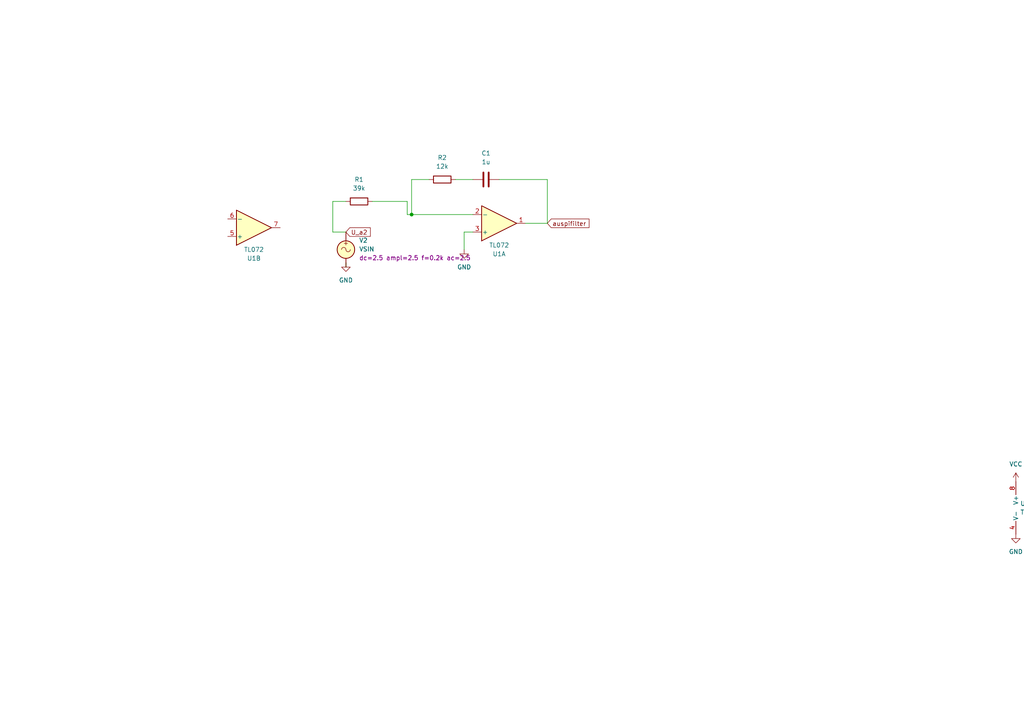
<source format=kicad_sch>
(kicad_sch
	(version 20231120)
	(generator "eeschema")
	(generator_version "8.0")
	(uuid "06428ae0-4595-4a78-b2b7-8587294bc4fd")
	(paper "A4")
	(lib_symbols
		(symbol "Amplifier_Operational:TL072"
			(pin_names
				(offset 0.127)
			)
			(exclude_from_sim no)
			(in_bom yes)
			(on_board yes)
			(property "Reference" "U"
				(at 0 5.08 0)
				(effects
					(font
						(size 1.27 1.27)
					)
					(justify left)
				)
			)
			(property "Value" "TL072"
				(at 0 -5.08 0)
				(effects
					(font
						(size 1.27 1.27)
					)
					(justify left)
				)
			)
			(property "Footprint" ""
				(at 0 0 0)
				(effects
					(font
						(size 1.27 1.27)
					)
					(hide yes)
				)
			)
			(property "Datasheet" "http://www.ti.com/lit/ds/symlink/tl071.pdf"
				(at 0 0 0)
				(effects
					(font
						(size 1.27 1.27)
					)
					(hide yes)
				)
			)
			(property "Description" "Dual Low-Noise JFET-Input Operational Amplifiers, DIP-8/SOIC-8"
				(at 0 0 0)
				(effects
					(font
						(size 1.27 1.27)
					)
					(hide yes)
				)
			)
			(property "ki_locked" ""
				(at 0 0 0)
				(effects
					(font
						(size 1.27 1.27)
					)
				)
			)
			(property "ki_keywords" "dual opamp"
				(at 0 0 0)
				(effects
					(font
						(size 1.27 1.27)
					)
					(hide yes)
				)
			)
			(property "ki_fp_filters" "SOIC*3.9x4.9mm*P1.27mm* DIP*W7.62mm* TO*99* OnSemi*Micro8* TSSOP*3x3mm*P0.65mm* TSSOP*4.4x3mm*P0.65mm* MSOP*3x3mm*P0.65mm* SSOP*3.9x4.9mm*P0.635mm* LFCSP*2x2mm*P0.5mm* *SIP* SOIC*5.3x6.2mm*P1.27mm*"
				(at 0 0 0)
				(effects
					(font
						(size 1.27 1.27)
					)
					(hide yes)
				)
			)
			(symbol "TL072_1_1"
				(polyline
					(pts
						(xy -5.08 5.08) (xy 5.08 0) (xy -5.08 -5.08) (xy -5.08 5.08)
					)
					(stroke
						(width 0.254)
						(type default)
					)
					(fill
						(type background)
					)
				)
				(pin output line
					(at 7.62 0 180)
					(length 2.54)
					(name "~"
						(effects
							(font
								(size 1.27 1.27)
							)
						)
					)
					(number "1"
						(effects
							(font
								(size 1.27 1.27)
							)
						)
					)
				)
				(pin input line
					(at -7.62 -2.54 0)
					(length 2.54)
					(name "-"
						(effects
							(font
								(size 1.27 1.27)
							)
						)
					)
					(number "2"
						(effects
							(font
								(size 1.27 1.27)
							)
						)
					)
				)
				(pin input line
					(at -7.62 2.54 0)
					(length 2.54)
					(name "+"
						(effects
							(font
								(size 1.27 1.27)
							)
						)
					)
					(number "3"
						(effects
							(font
								(size 1.27 1.27)
							)
						)
					)
				)
			)
			(symbol "TL072_2_1"
				(polyline
					(pts
						(xy -5.08 5.08) (xy 5.08 0) (xy -5.08 -5.08) (xy -5.08 5.08)
					)
					(stroke
						(width 0.254)
						(type default)
					)
					(fill
						(type background)
					)
				)
				(pin input line
					(at -7.62 2.54 0)
					(length 2.54)
					(name "+"
						(effects
							(font
								(size 1.27 1.27)
							)
						)
					)
					(number "5"
						(effects
							(font
								(size 1.27 1.27)
							)
						)
					)
				)
				(pin input line
					(at -7.62 -2.54 0)
					(length 2.54)
					(name "-"
						(effects
							(font
								(size 1.27 1.27)
							)
						)
					)
					(number "6"
						(effects
							(font
								(size 1.27 1.27)
							)
						)
					)
				)
				(pin output line
					(at 7.62 0 180)
					(length 2.54)
					(name "~"
						(effects
							(font
								(size 1.27 1.27)
							)
						)
					)
					(number "7"
						(effects
							(font
								(size 1.27 1.27)
							)
						)
					)
				)
			)
			(symbol "TL072_3_1"
				(pin power_in line
					(at -2.54 -7.62 90)
					(length 3.81)
					(name "V-"
						(effects
							(font
								(size 1.27 1.27)
							)
						)
					)
					(number "4"
						(effects
							(font
								(size 1.27 1.27)
							)
						)
					)
				)
				(pin power_in line
					(at -2.54 7.62 270)
					(length 3.81)
					(name "V+"
						(effects
							(font
								(size 1.27 1.27)
							)
						)
					)
					(number "8"
						(effects
							(font
								(size 1.27 1.27)
							)
						)
					)
				)
			)
		)
		(symbol "Device:C"
			(pin_numbers hide)
			(pin_names
				(offset 0.254)
			)
			(exclude_from_sim no)
			(in_bom yes)
			(on_board yes)
			(property "Reference" "C"
				(at 0.635 2.54 0)
				(effects
					(font
						(size 1.27 1.27)
					)
					(justify left)
				)
			)
			(property "Value" "C"
				(at 0.635 -2.54 0)
				(effects
					(font
						(size 1.27 1.27)
					)
					(justify left)
				)
			)
			(property "Footprint" ""
				(at 0.9652 -3.81 0)
				(effects
					(font
						(size 1.27 1.27)
					)
					(hide yes)
				)
			)
			(property "Datasheet" "~"
				(at 0 0 0)
				(effects
					(font
						(size 1.27 1.27)
					)
					(hide yes)
				)
			)
			(property "Description" "Unpolarized capacitor"
				(at 0 0 0)
				(effects
					(font
						(size 1.27 1.27)
					)
					(hide yes)
				)
			)
			(property "ki_keywords" "cap capacitor"
				(at 0 0 0)
				(effects
					(font
						(size 1.27 1.27)
					)
					(hide yes)
				)
			)
			(property "ki_fp_filters" "C_*"
				(at 0 0 0)
				(effects
					(font
						(size 1.27 1.27)
					)
					(hide yes)
				)
			)
			(symbol "C_0_1"
				(polyline
					(pts
						(xy -2.032 -0.762) (xy 2.032 -0.762)
					)
					(stroke
						(width 0.508)
						(type default)
					)
					(fill
						(type none)
					)
				)
				(polyline
					(pts
						(xy -2.032 0.762) (xy 2.032 0.762)
					)
					(stroke
						(width 0.508)
						(type default)
					)
					(fill
						(type none)
					)
				)
			)
			(symbol "C_1_1"
				(pin passive line
					(at 0 3.81 270)
					(length 2.794)
					(name "~"
						(effects
							(font
								(size 1.27 1.27)
							)
						)
					)
					(number "1"
						(effects
							(font
								(size 1.27 1.27)
							)
						)
					)
				)
				(pin passive line
					(at 0 -3.81 90)
					(length 2.794)
					(name "~"
						(effects
							(font
								(size 1.27 1.27)
							)
						)
					)
					(number "2"
						(effects
							(font
								(size 1.27 1.27)
							)
						)
					)
				)
			)
		)
		(symbol "Device:R"
			(pin_numbers hide)
			(pin_names
				(offset 0)
			)
			(exclude_from_sim no)
			(in_bom yes)
			(on_board yes)
			(property "Reference" "R"
				(at 2.032 0 90)
				(effects
					(font
						(size 1.27 1.27)
					)
				)
			)
			(property "Value" "R"
				(at 0 0 90)
				(effects
					(font
						(size 1.27 1.27)
					)
				)
			)
			(property "Footprint" ""
				(at -1.778 0 90)
				(effects
					(font
						(size 1.27 1.27)
					)
					(hide yes)
				)
			)
			(property "Datasheet" "~"
				(at 0 0 0)
				(effects
					(font
						(size 1.27 1.27)
					)
					(hide yes)
				)
			)
			(property "Description" "Resistor"
				(at 0 0 0)
				(effects
					(font
						(size 1.27 1.27)
					)
					(hide yes)
				)
			)
			(property "ki_keywords" "R res resistor"
				(at 0 0 0)
				(effects
					(font
						(size 1.27 1.27)
					)
					(hide yes)
				)
			)
			(property "ki_fp_filters" "R_*"
				(at 0 0 0)
				(effects
					(font
						(size 1.27 1.27)
					)
					(hide yes)
				)
			)
			(symbol "R_0_1"
				(rectangle
					(start -1.016 -2.54)
					(end 1.016 2.54)
					(stroke
						(width 0.254)
						(type default)
					)
					(fill
						(type none)
					)
				)
			)
			(symbol "R_1_1"
				(pin passive line
					(at 0 3.81 270)
					(length 1.27)
					(name "~"
						(effects
							(font
								(size 1.27 1.27)
							)
						)
					)
					(number "1"
						(effects
							(font
								(size 1.27 1.27)
							)
						)
					)
				)
				(pin passive line
					(at 0 -3.81 90)
					(length 1.27)
					(name "~"
						(effects
							(font
								(size 1.27 1.27)
							)
						)
					)
					(number "2"
						(effects
							(font
								(size 1.27 1.27)
							)
						)
					)
				)
			)
		)
		(symbol "Simulation_SPICE:VDC"
			(pin_numbers hide)
			(pin_names
				(offset 0.0254)
			)
			(exclude_from_sim no)
			(in_bom yes)
			(on_board yes)
			(property "Reference" "V"
				(at 2.54 2.54 0)
				(effects
					(font
						(size 1.27 1.27)
					)
					(justify left)
				)
			)
			(property "Value" "1"
				(at 2.54 0 0)
				(effects
					(font
						(size 1.27 1.27)
					)
					(justify left)
				)
			)
			(property "Footprint" ""
				(at 0 0 0)
				(effects
					(font
						(size 1.27 1.27)
					)
					(hide yes)
				)
			)
			(property "Datasheet" "~"
				(at 0 0 0)
				(effects
					(font
						(size 1.27 1.27)
					)
					(hide yes)
				)
			)
			(property "Description" "Voltage source, DC"
				(at 0 0 0)
				(effects
					(font
						(size 1.27 1.27)
					)
					(hide yes)
				)
			)
			(property "Sim.Pins" "1=+ 2=-"
				(at 0 0 0)
				(effects
					(font
						(size 1.27 1.27)
					)
					(hide yes)
				)
			)
			(property "Sim.Type" "DC"
				(at 0 0 0)
				(effects
					(font
						(size 1.27 1.27)
					)
					(hide yes)
				)
			)
			(property "Sim.Device" "V"
				(at 0 0 0)
				(effects
					(font
						(size 1.27 1.27)
					)
					(justify left)
					(hide yes)
				)
			)
			(property "ki_keywords" "simulation"
				(at 0 0 0)
				(effects
					(font
						(size 1.27 1.27)
					)
					(hide yes)
				)
			)
			(symbol "VDC_0_0"
				(polyline
					(pts
						(xy -1.27 0.254) (xy 1.27 0.254)
					)
					(stroke
						(width 0)
						(type default)
					)
					(fill
						(type none)
					)
				)
				(polyline
					(pts
						(xy -0.762 -0.254) (xy -1.27 -0.254)
					)
					(stroke
						(width 0)
						(type default)
					)
					(fill
						(type none)
					)
				)
				(polyline
					(pts
						(xy 0.254 -0.254) (xy -0.254 -0.254)
					)
					(stroke
						(width 0)
						(type default)
					)
					(fill
						(type none)
					)
				)
				(polyline
					(pts
						(xy 1.27 -0.254) (xy 0.762 -0.254)
					)
					(stroke
						(width 0)
						(type default)
					)
					(fill
						(type none)
					)
				)
				(text "+"
					(at 0 1.905 0)
					(effects
						(font
							(size 1.27 1.27)
						)
					)
				)
			)
			(symbol "VDC_0_1"
				(circle
					(center 0 0)
					(radius 2.54)
					(stroke
						(width 0.254)
						(type default)
					)
					(fill
						(type background)
					)
				)
			)
			(symbol "VDC_1_1"
				(pin passive line
					(at 0 5.08 270)
					(length 2.54)
					(name "~"
						(effects
							(font
								(size 1.27 1.27)
							)
						)
					)
					(number "1"
						(effects
							(font
								(size 1.27 1.27)
							)
						)
					)
				)
				(pin passive line
					(at 0 -5.08 90)
					(length 2.54)
					(name "~"
						(effects
							(font
								(size 1.27 1.27)
							)
						)
					)
					(number "2"
						(effects
							(font
								(size 1.27 1.27)
							)
						)
					)
				)
			)
		)
		(symbol "Simulation_SPICE:VSIN"
			(pin_numbers hide)
			(pin_names
				(offset 0.0254)
			)
			(exclude_from_sim no)
			(in_bom yes)
			(on_board yes)
			(property "Reference" "V"
				(at 2.54 2.54 0)
				(effects
					(font
						(size 1.27 1.27)
					)
					(justify left)
				)
			)
			(property "Value" "VSIN"
				(at 2.54 0 0)
				(effects
					(font
						(size 1.27 1.27)
					)
					(justify left)
				)
			)
			(property "Footprint" ""
				(at 0 0 0)
				(effects
					(font
						(size 1.27 1.27)
					)
					(hide yes)
				)
			)
			(property "Datasheet" "~"
				(at 0 0 0)
				(effects
					(font
						(size 1.27 1.27)
					)
					(hide yes)
				)
			)
			(property "Description" "Voltage source, sinusoidal"
				(at 0 0 0)
				(effects
					(font
						(size 1.27 1.27)
					)
					(hide yes)
				)
			)
			(property "Sim.Pins" "1=+ 2=-"
				(at 0 0 0)
				(effects
					(font
						(size 1.27 1.27)
					)
					(hide yes)
				)
			)
			(property "Sim.Params" "dc=0 ampl=1 f=1k ac=1"
				(at 2.54 -2.54 0)
				(effects
					(font
						(size 1.27 1.27)
					)
					(justify left)
				)
			)
			(property "Sim.Type" "SIN"
				(at 0 0 0)
				(effects
					(font
						(size 1.27 1.27)
					)
					(hide yes)
				)
			)
			(property "Sim.Device" "V"
				(at 0 0 0)
				(effects
					(font
						(size 1.27 1.27)
					)
					(justify left)
					(hide yes)
				)
			)
			(property "ki_keywords" "simulation ac vac"
				(at 0 0 0)
				(effects
					(font
						(size 1.27 1.27)
					)
					(hide yes)
				)
			)
			(symbol "VSIN_0_0"
				(arc
					(start 0 0)
					(mid -0.635 0.6323)
					(end -1.27 0)
					(stroke
						(width 0)
						(type default)
					)
					(fill
						(type none)
					)
				)
				(arc
					(start 0 0)
					(mid 0.635 -0.6323)
					(end 1.27 0)
					(stroke
						(width 0)
						(type default)
					)
					(fill
						(type none)
					)
				)
				(text "+"
					(at 0 1.905 0)
					(effects
						(font
							(size 1.27 1.27)
						)
					)
				)
			)
			(symbol "VSIN_0_1"
				(circle
					(center 0 0)
					(radius 2.54)
					(stroke
						(width 0.254)
						(type default)
					)
					(fill
						(type background)
					)
				)
			)
			(symbol "VSIN_1_1"
				(pin passive line
					(at 0 5.08 270)
					(length 2.54)
					(name "~"
						(effects
							(font
								(size 1.27 1.27)
							)
						)
					)
					(number "1"
						(effects
							(font
								(size 1.27 1.27)
							)
						)
					)
				)
				(pin passive line
					(at 0 -5.08 90)
					(length 2.54)
					(name "~"
						(effects
							(font
								(size 1.27 1.27)
							)
						)
					)
					(number "2"
						(effects
							(font
								(size 1.27 1.27)
							)
						)
					)
				)
			)
		)
		(symbol "power:GND"
			(power)
			(pin_names
				(offset 0)
			)
			(exclude_from_sim no)
			(in_bom yes)
			(on_board yes)
			(property "Reference" "#PWR"
				(at 0 -6.35 0)
				(effects
					(font
						(size 1.27 1.27)
					)
					(hide yes)
				)
			)
			(property "Value" "GND"
				(at 0 -3.81 0)
				(effects
					(font
						(size 1.27 1.27)
					)
				)
			)
			(property "Footprint" ""
				(at 0 0 0)
				(effects
					(font
						(size 1.27 1.27)
					)
					(hide yes)
				)
			)
			(property "Datasheet" ""
				(at 0 0 0)
				(effects
					(font
						(size 1.27 1.27)
					)
					(hide yes)
				)
			)
			(property "Description" "Power symbol creates a global label with name \"GND\" , ground"
				(at 0 0 0)
				(effects
					(font
						(size 1.27 1.27)
					)
					(hide yes)
				)
			)
			(property "ki_keywords" "global power"
				(at 0 0 0)
				(effects
					(font
						(size 1.27 1.27)
					)
					(hide yes)
				)
			)
			(symbol "GND_0_1"
				(polyline
					(pts
						(xy 0 0) (xy 0 -1.27) (xy 1.27 -1.27) (xy 0 -2.54) (xy -1.27 -1.27) (xy 0 -1.27)
					)
					(stroke
						(width 0)
						(type default)
					)
					(fill
						(type none)
					)
				)
			)
			(symbol "GND_1_1"
				(pin power_in line
					(at 0 0 270)
					(length 0) hide
					(name "GND"
						(effects
							(font
								(size 1.27 1.27)
							)
						)
					)
					(number "1"
						(effects
							(font
								(size 1.27 1.27)
							)
						)
					)
				)
			)
		)
		(symbol "power:VCC"
			(power)
			(pin_names
				(offset 0)
			)
			(exclude_from_sim no)
			(in_bom yes)
			(on_board yes)
			(property "Reference" "#PWR"
				(at 0 -3.81 0)
				(effects
					(font
						(size 1.27 1.27)
					)
					(hide yes)
				)
			)
			(property "Value" "VCC"
				(at 0 3.81 0)
				(effects
					(font
						(size 1.27 1.27)
					)
				)
			)
			(property "Footprint" ""
				(at 0 0 0)
				(effects
					(font
						(size 1.27 1.27)
					)
					(hide yes)
				)
			)
			(property "Datasheet" ""
				(at 0 0 0)
				(effects
					(font
						(size 1.27 1.27)
					)
					(hide yes)
				)
			)
			(property "Description" "Power symbol creates a global label with name \"VCC\""
				(at 0 0 0)
				(effects
					(font
						(size 1.27 1.27)
					)
					(hide yes)
				)
			)
			(property "ki_keywords" "global power"
				(at 0 0 0)
				(effects
					(font
						(size 1.27 1.27)
					)
					(hide yes)
				)
			)
			(symbol "VCC_0_1"
				(polyline
					(pts
						(xy -0.762 1.27) (xy 0 2.54)
					)
					(stroke
						(width 0)
						(type default)
					)
					(fill
						(type none)
					)
				)
				(polyline
					(pts
						(xy 0 0) (xy 0 2.54)
					)
					(stroke
						(width 0)
						(type default)
					)
					(fill
						(type none)
					)
				)
				(polyline
					(pts
						(xy 0 2.54) (xy 0.762 1.27)
					)
					(stroke
						(width 0)
						(type default)
					)
					(fill
						(type none)
					)
				)
			)
			(symbol "VCC_1_1"
				(pin power_in line
					(at 0 0 90)
					(length 0) hide
					(name "VCC"
						(effects
							(font
								(size 1.27 1.27)
							)
						)
					)
					(number "1"
						(effects
							(font
								(size 1.27 1.27)
							)
						)
					)
				)
			)
		)
	)
	(junction
		(at 119.38 62.23)
		(diameter 0)
		(color 0 0 0 0)
		(uuid "e4e5dd85-55e3-4026-9d46-97de45b465dd")
	)
	(wire
		(pts
			(xy 152.4 64.77) (xy 158.75 64.77)
		)
		(stroke
			(width 0)
			(type default)
		)
		(uuid "0d8eb8a2-9011-4a75-a8e8-e69bf6a021d6")
	)
	(wire
		(pts
			(xy 137.16 52.07) (xy 132.08 52.07)
		)
		(stroke
			(width 0)
			(type default)
		)
		(uuid "156535f2-028d-4c10-834b-9d461ae3a7f2")
	)
	(wire
		(pts
			(xy 119.38 52.07) (xy 119.38 62.23)
		)
		(stroke
			(width 0)
			(type default)
		)
		(uuid "19a98220-5b4c-489a-a1a7-3fe0eab3a47a")
	)
	(wire
		(pts
			(xy 100.33 77.47) (xy 100.33 76.2)
		)
		(stroke
			(width 0)
			(type default)
		)
		(uuid "3b0bef68-90f9-478b-98f6-34583cbbdc52")
	)
	(wire
		(pts
			(xy 118.11 58.42) (xy 118.11 62.23)
		)
		(stroke
			(width 0)
			(type default)
		)
		(uuid "57d9d688-97a9-4221-b1e8-543de4f72388")
	)
	(wire
		(pts
			(xy 158.75 52.07) (xy 144.78 52.07)
		)
		(stroke
			(width 0)
			(type default)
		)
		(uuid "5a8114af-44c1-42e2-8149-1d31e04e974e")
	)
	(wire
		(pts
			(xy 96.52 58.42) (xy 96.52 67.31)
		)
		(stroke
			(width 0)
			(type default)
		)
		(uuid "5edfdfb0-abde-4c6d-96b2-a8c3b9f29f66")
	)
	(wire
		(pts
			(xy 158.75 64.77) (xy 158.75 52.07)
		)
		(stroke
			(width 0)
			(type default)
		)
		(uuid "5fd41031-7455-4275-9824-8e6ec793d48f")
	)
	(wire
		(pts
			(xy 96.52 67.31) (xy 100.33 67.31)
		)
		(stroke
			(width 0)
			(type default)
		)
		(uuid "83660915-aedd-4856-a178-e16108a6c4bc")
	)
	(wire
		(pts
			(xy 134.62 67.31) (xy 134.62 72.39)
		)
		(stroke
			(width 0)
			(type default)
		)
		(uuid "8b7689bf-6a54-499e-b2c1-8d6cb2a4eab2")
	)
	(wire
		(pts
			(xy 119.38 62.23) (xy 137.16 62.23)
		)
		(stroke
			(width 0)
			(type default)
		)
		(uuid "a18d338e-9e18-4638-8a18-fe392cbb0704")
	)
	(wire
		(pts
			(xy 118.11 62.23) (xy 119.38 62.23)
		)
		(stroke
			(width 0)
			(type default)
		)
		(uuid "d8b91ab1-aef4-430f-aea8-50ce1fa47e85")
	)
	(wire
		(pts
			(xy 124.46 52.07) (xy 119.38 52.07)
		)
		(stroke
			(width 0)
			(type default)
		)
		(uuid "e3add2aa-38da-42eb-809a-63d86f4f8b73")
	)
	(wire
		(pts
			(xy 100.33 58.42) (xy 96.52 58.42)
		)
		(stroke
			(width 0)
			(type default)
		)
		(uuid "e8df2f66-f0e9-4802-bf3b-00fa511653e4")
	)
	(wire
		(pts
			(xy 137.16 67.31) (xy 134.62 67.31)
		)
		(stroke
			(width 0)
			(type default)
		)
		(uuid "ee7158a1-bdd9-4554-80a7-768d2b29f5d8")
	)
	(wire
		(pts
			(xy 107.95 58.42) (xy 118.11 58.42)
		)
		(stroke
			(width 0)
			(type default)
		)
		(uuid "f41c5445-e851-42c1-a04a-5d74eba74796")
	)
	(global_label "auspifilter"
		(shape input)
		(at 158.75 64.77 0)
		(fields_autoplaced yes)
		(effects
			(font
				(size 1.27 1.27)
			)
			(justify left)
		)
		(uuid "62bbacc7-3e8f-4f32-b49d-f789a7aca6db")
		(property "Intersheetrefs" "${INTERSHEET_REFS}"
			(at 171.4113 64.77 0)
			(effects
				(font
					(size 1.27 1.27)
				)
				(justify left)
				(hide yes)
			)
		)
	)
	(global_label "U_a2"
		(shape input)
		(at 100.33 67.31 0)
		(fields_autoplaced yes)
		(effects
			(font
				(size 1.27 1.27)
			)
			(justify left)
		)
		(uuid "b1229257-a0d5-43e6-a38c-d5d270f6332b")
		(property "Intersheetrefs" "${INTERSHEET_REFS}"
			(at 107.9718 67.31 0)
			(effects
				(font
					(size 1.27 1.27)
				)
				(justify left)
				(hide yes)
			)
		)
	)
	(symbol
		(lib_id "Amplifier_Operational:TL072")
		(at 73.66 66.04 0)
		(mirror x)
		(unit 2)
		(exclude_from_sim no)
		(in_bom yes)
		(on_board yes)
		(dnp no)
		(uuid "1a8503ad-1dbd-4bca-8a3e-26719184c6ca")
		(property "Reference" "U1"
			(at 73.66 74.93 0)
			(effects
				(font
					(size 1.27 1.27)
				)
			)
		)
		(property "Value" "TL072"
			(at 73.66 72.39 0)
			(effects
				(font
					(size 1.27 1.27)
				)
			)
		)
		(property "Footprint" ""
			(at 73.66 66.04 0)
			(effects
				(font
					(size 1.27 1.27)
				)
				(hide yes)
			)
		)
		(property "Datasheet" "http://www.ti.com/lit/ds/symlink/tl071.pdf"
			(at 73.66 66.04 0)
			(effects
				(font
					(size 1.27 1.27)
				)
				(hide yes)
			)
		)
		(property "Description" ""
			(at 73.66 66.04 0)
			(effects
				(font
					(size 1.27 1.27)
				)
				(hide yes)
			)
		)
		(property "Sim.Library" "TL072-dual.lib"
			(at 73.66 66.04 0)
			(effects
				(font
					(size 1.27 1.27)
				)
				(hide yes)
			)
		)
		(property "Sim.Name" "TL072c"
			(at 73.66 66.04 0)
			(effects
				(font
					(size 1.27 1.27)
				)
				(hide yes)
			)
		)
		(property "Sim.Device" "SUBCKT"
			(at 73.66 66.04 0)
			(effects
				(font
					(size 1.27 1.27)
				)
				(hide yes)
			)
		)
		(property "Sim.Pins" "1=1out 2=1in- 3=1in+ 4=vcc- 5=2in+ 6=2in- 7=2out 8=vcc+"
			(at 73.66 66.04 0)
			(effects
				(font
					(size 1.27 1.27)
				)
				(hide yes)
			)
		)
		(pin "2"
			(uuid "467abf6a-ad9e-409e-a917-6ca815882de8")
		)
		(pin "8"
			(uuid "0f9af366-e6b7-49ae-ad71-915b8a6a28f8")
		)
		(pin "3"
			(uuid "09d0604f-c2d9-48fe-bd1d-f6c585e2cfde")
		)
		(pin "5"
			(uuid "ea802ff6-6b17-440e-b3de-4f8bf3d250c9")
		)
		(pin "6"
			(uuid "07154696-68a8-408e-be50-da7b6e83bd01")
		)
		(pin "4"
			(uuid "7e500cc5-5573-44ae-b188-d1d2382d692f")
		)
		(pin "7"
			(uuid "2e2e2a3c-df06-42e6-b62c-83d518951443")
		)
		(pin "1"
			(uuid "4edae757-2be6-4afd-94ad-e198e418a4ae")
		)
		(instances
			(project "pifilter"
				(path "/06428ae0-4595-4a78-b2b7-8587294bc4fd"
					(reference "U1")
					(unit 2)
				)
			)
		)
	)
	(symbol
		(lib_id "power:GND")
		(at 308.61 152.4 0)
		(unit 1)
		(exclude_from_sim no)
		(in_bom yes)
		(on_board yes)
		(dnp no)
		(fields_autoplaced yes)
		(uuid "2c28e4f8-a6b6-45fa-be1b-eee1d437dcaf")
		(property "Reference" "#PWR05"
			(at 308.61 158.75 0)
			(effects
				(font
					(size 1.27 1.27)
				)
				(hide yes)
			)
		)
		(property "Value" "GND"
			(at 308.61 157.48 0)
			(effects
				(font
					(size 1.27 1.27)
				)
			)
		)
		(property "Footprint" ""
			(at 308.61 152.4 0)
			(effects
				(font
					(size 1.27 1.27)
				)
				(hide yes)
			)
		)
		(property "Datasheet" ""
			(at 308.61 152.4 0)
			(effects
				(font
					(size 1.27 1.27)
				)
				(hide yes)
			)
		)
		(property "Description" ""
			(at 308.61 152.4 0)
			(effects
				(font
					(size 1.27 1.27)
				)
				(hide yes)
			)
		)
		(pin "1"
			(uuid "f90f647f-4d1a-4d9d-a28f-2ca10f7c49ab")
		)
		(instances
			(project "pifilter"
				(path "/06428ae0-4595-4a78-b2b7-8587294bc4fd"
					(reference "#PWR05")
					(unit 1)
				)
			)
		)
	)
	(symbol
		(lib_id "power:GND")
		(at 134.62 72.39 0)
		(unit 1)
		(exclude_from_sim no)
		(in_bom yes)
		(on_board yes)
		(dnp no)
		(fields_autoplaced yes)
		(uuid "36b8538d-3bc2-4e2d-9335-79fff0886419")
		(property "Reference" "#PWR01"
			(at 134.62 78.74 0)
			(effects
				(font
					(size 1.27 1.27)
				)
				(hide yes)
			)
		)
		(property "Value" "GND"
			(at 134.62 77.47 0)
			(effects
				(font
					(size 1.27 1.27)
				)
			)
		)
		(property "Footprint" ""
			(at 134.62 72.39 0)
			(effects
				(font
					(size 1.27 1.27)
				)
				(hide yes)
			)
		)
		(property "Datasheet" ""
			(at 134.62 72.39 0)
			(effects
				(font
					(size 1.27 1.27)
				)
				(hide yes)
			)
		)
		(property "Description" ""
			(at 134.62 72.39 0)
			(effects
				(font
					(size 1.27 1.27)
				)
				(hide yes)
			)
		)
		(pin "1"
			(uuid "c226746d-bf32-4618-8db6-ab4a64242462")
		)
		(instances
			(project "pifilter"
				(path "/06428ae0-4595-4a78-b2b7-8587294bc4fd"
					(reference "#PWR01")
					(unit 1)
				)
			)
		)
	)
	(symbol
		(lib_id "Device:R")
		(at 104.14 58.42 90)
		(unit 1)
		(exclude_from_sim no)
		(in_bom yes)
		(on_board yes)
		(dnp no)
		(uuid "5399aa92-1b85-47eb-9670-024ae963370a")
		(property "Reference" "R1"
			(at 104.14 52.07 90)
			(effects
				(font
					(size 1.27 1.27)
				)
			)
		)
		(property "Value" "39k"
			(at 104.14 54.61 90)
			(effects
				(font
					(size 1.27 1.27)
				)
			)
		)
		(property "Footprint" ""
			(at 104.14 60.198 90)
			(effects
				(font
					(size 1.27 1.27)
				)
				(hide yes)
			)
		)
		(property "Datasheet" "~"
			(at 104.14 58.42 0)
			(effects
				(font
					(size 1.27 1.27)
				)
				(hide yes)
			)
		)
		(property "Description" "Resistor"
			(at 104.14 58.42 0)
			(effects
				(font
					(size 1.27 1.27)
				)
				(hide yes)
			)
		)
		(pin "1"
			(uuid "8d3eeeee-2566-496c-9cba-a37a2367c0ae")
		)
		(pin "2"
			(uuid "a1af1160-5e6a-4e72-8c92-fb4ba51bd628")
		)
		(instances
			(project "pifilter"
				(path "/06428ae0-4595-4a78-b2b7-8587294bc4fd"
					(reference "R1")
					(unit 1)
				)
			)
		)
	)
	(symbol
		(lib_id "Simulation_SPICE:VDC")
		(at 308.61 147.32 0)
		(unit 1)
		(exclude_from_sim no)
		(in_bom yes)
		(on_board yes)
		(dnp no)
		(fields_autoplaced yes)
		(uuid "649dd5bf-4aee-44ef-9fab-3cdf5f2eb665")
		(property "Reference" "V1"
			(at 312.42 145.9202 0)
			(effects
				(font
					(size 1.27 1.27)
				)
				(justify left)
			)
		)
		(property "Value" "5"
			(at 312.42 148.4602 0)
			(effects
				(font
					(size 1.27 1.27)
				)
				(justify left)
			)
		)
		(property "Footprint" ""
			(at 308.61 147.32 0)
			(effects
				(font
					(size 1.27 1.27)
				)
				(hide yes)
			)
		)
		(property "Datasheet" "~"
			(at 308.61 147.32 0)
			(effects
				(font
					(size 1.27 1.27)
				)
				(hide yes)
			)
		)
		(property "Description" ""
			(at 308.61 147.32 0)
			(effects
				(font
					(size 1.27 1.27)
				)
				(hide yes)
			)
		)
		(property "Sim.Pins" "1=+ 2=-"
			(at 308.61 147.32 0)
			(effects
				(font
					(size 1.27 1.27)
				)
				(hide yes)
			)
		)
		(property "Sim.Type" "DC"
			(at 308.61 147.32 0)
			(effects
				(font
					(size 1.27 1.27)
				)
				(hide yes)
			)
		)
		(property "Sim.Device" "V"
			(at 308.61 147.32 0)
			(effects
				(font
					(size 1.27 1.27)
				)
				(justify left)
				(hide yes)
			)
		)
		(pin "2"
			(uuid "2dcc88c9-974b-4cc4-91a8-c2a18ac8a01b")
		)
		(pin "1"
			(uuid "bf7f5e26-b985-4f78-9186-6775a3ea533d")
		)
		(instances
			(project "pifilter"
				(path "/06428ae0-4595-4a78-b2b7-8587294bc4fd"
					(reference "V1")
					(unit 1)
				)
			)
		)
	)
	(symbol
		(lib_id "Amplifier_Operational:TL072")
		(at 297.18 147.32 0)
		(unit 3)
		(exclude_from_sim no)
		(in_bom yes)
		(on_board yes)
		(dnp no)
		(fields_autoplaced yes)
		(uuid "96e64c9d-6fac-45ea-b3df-16f5ac760dd7")
		(property "Reference" "U1"
			(at 295.91 146.05 0)
			(effects
				(font
					(size 1.27 1.27)
				)
				(justify left)
			)
		)
		(property "Value" "TL072"
			(at 295.91 148.59 0)
			(effects
				(font
					(size 1.27 1.27)
				)
				(justify left)
			)
		)
		(property "Footprint" ""
			(at 297.18 147.32 0)
			(effects
				(font
					(size 1.27 1.27)
				)
				(hide yes)
			)
		)
		(property "Datasheet" "http://www.ti.com/lit/ds/symlink/tl071.pdf"
			(at 297.18 147.32 0)
			(effects
				(font
					(size 1.27 1.27)
				)
				(hide yes)
			)
		)
		(property "Description" ""
			(at 297.18 147.32 0)
			(effects
				(font
					(size 1.27 1.27)
				)
				(hide yes)
			)
		)
		(property "Sim.Library" "TL072-dual.lib"
			(at 297.18 147.32 0)
			(effects
				(font
					(size 1.27 1.27)
				)
				(hide yes)
			)
		)
		(property "Sim.Name" "TL072c"
			(at 297.18 147.32 0)
			(effects
				(font
					(size 1.27 1.27)
				)
				(hide yes)
			)
		)
		(property "Sim.Device" "SUBCKT"
			(at 297.18 147.32 0)
			(effects
				(font
					(size 1.27 1.27)
				)
				(hide yes)
			)
		)
		(property "Sim.Pins" "1=1out 2=1in- 3=1in+ 4=vcc- 5=2in+ 6=2in- 7=2out 8=vcc+"
			(at 297.18 147.32 0)
			(effects
				(font
					(size 1.27 1.27)
				)
				(hide yes)
			)
		)
		(pin "2"
			(uuid "467abf6a-ad9e-409e-a917-6ca815882de7")
		)
		(pin "8"
			(uuid "987d2dab-edd9-491f-bc6b-a1285ef2d88d")
		)
		(pin "3"
			(uuid "09d0604f-c2d9-48fe-bd1d-f6c585e2cfdd")
		)
		(pin "5"
			(uuid "d0ebb3d9-173e-477f-9dfa-d593c879f4f3")
		)
		(pin "6"
			(uuid "82c6a1e4-61c4-4a13-80e5-64e9f8dbf78b")
		)
		(pin "4"
			(uuid "529944c8-7b16-4eff-851f-5114680393e9")
		)
		(pin "7"
			(uuid "550f2433-8ae8-4224-9623-14eca0c29c40")
		)
		(pin "1"
			(uuid "4edae757-2be6-4afd-94ad-e198e418a4ad")
		)
		(instances
			(project "pifilter"
				(path "/06428ae0-4595-4a78-b2b7-8587294bc4fd"
					(reference "U1")
					(unit 3)
				)
			)
		)
	)
	(symbol
		(lib_id "power:VCC")
		(at 294.64 139.7 0)
		(unit 1)
		(exclude_from_sim no)
		(in_bom yes)
		(on_board yes)
		(dnp no)
		(fields_autoplaced yes)
		(uuid "a3e0feca-12b8-405e-bc96-ef6c059c66a4")
		(property "Reference" "#PWR02"
			(at 294.64 143.51 0)
			(effects
				(font
					(size 1.27 1.27)
				)
				(hide yes)
			)
		)
		(property "Value" "VCC"
			(at 294.64 134.62 0)
			(effects
				(font
					(size 1.27 1.27)
				)
			)
		)
		(property "Footprint" ""
			(at 294.64 139.7 0)
			(effects
				(font
					(size 1.27 1.27)
				)
				(hide yes)
			)
		)
		(property "Datasheet" ""
			(at 294.64 139.7 0)
			(effects
				(font
					(size 1.27 1.27)
				)
				(hide yes)
			)
		)
		(property "Description" ""
			(at 294.64 139.7 0)
			(effects
				(font
					(size 1.27 1.27)
				)
				(hide yes)
			)
		)
		(pin "1"
			(uuid "bb7795c5-11d8-47bb-b0eb-d624b319020f")
		)
		(instances
			(project "pifilter"
				(path "/06428ae0-4595-4a78-b2b7-8587294bc4fd"
					(reference "#PWR02")
					(unit 1)
				)
			)
		)
	)
	(symbol
		(lib_id "power:VCC")
		(at 308.61 142.24 0)
		(unit 1)
		(exclude_from_sim no)
		(in_bom yes)
		(on_board yes)
		(dnp no)
		(fields_autoplaced yes)
		(uuid "a462cbe8-65d5-4e57-94b3-06024654b316")
		(property "Reference" "#PWR04"
			(at 308.61 146.05 0)
			(effects
				(font
					(size 1.27 1.27)
				)
				(hide yes)
			)
		)
		(property "Value" "VCC"
			(at 308.61 137.16 0)
			(effects
				(font
					(size 1.27 1.27)
				)
			)
		)
		(property "Footprint" ""
			(at 308.61 142.24 0)
			(effects
				(font
					(size 1.27 1.27)
				)
				(hide yes)
			)
		)
		(property "Datasheet" ""
			(at 308.61 142.24 0)
			(effects
				(font
					(size 1.27 1.27)
				)
				(hide yes)
			)
		)
		(property "Description" ""
			(at 308.61 142.24 0)
			(effects
				(font
					(size 1.27 1.27)
				)
				(hide yes)
			)
		)
		(pin "1"
			(uuid "647dea27-1eb9-4a24-8948-686ef24b3471")
		)
		(instances
			(project "pifilter"
				(path "/06428ae0-4595-4a78-b2b7-8587294bc4fd"
					(reference "#PWR04")
					(unit 1)
				)
			)
		)
	)
	(symbol
		(lib_id "power:GND")
		(at 100.33 76.2 0)
		(unit 1)
		(exclude_from_sim no)
		(in_bom yes)
		(on_board yes)
		(dnp no)
		(fields_autoplaced yes)
		(uuid "d44ebc43-f367-41aa-92d1-7e5048fee322")
		(property "Reference" "#PWR06"
			(at 100.33 82.55 0)
			(effects
				(font
					(size 1.27 1.27)
				)
				(hide yes)
			)
		)
		(property "Value" "GND"
			(at 100.33 81.28 0)
			(effects
				(font
					(size 1.27 1.27)
				)
			)
		)
		(property "Footprint" ""
			(at 100.33 76.2 0)
			(effects
				(font
					(size 1.27 1.27)
				)
				(hide yes)
			)
		)
		(property "Datasheet" ""
			(at 100.33 76.2 0)
			(effects
				(font
					(size 1.27 1.27)
				)
				(hide yes)
			)
		)
		(property "Description" ""
			(at 100.33 76.2 0)
			(effects
				(font
					(size 1.27 1.27)
				)
				(hide yes)
			)
		)
		(pin "1"
			(uuid "138ce688-1559-4684-8830-877eda6a9258")
		)
		(instances
			(project "pifilter"
				(path "/06428ae0-4595-4a78-b2b7-8587294bc4fd"
					(reference "#PWR06")
					(unit 1)
				)
			)
		)
	)
	(symbol
		(lib_id "Amplifier_Operational:TL072")
		(at 144.78 64.77 0)
		(mirror x)
		(unit 1)
		(exclude_from_sim no)
		(in_bom yes)
		(on_board yes)
		(dnp no)
		(uuid "d521b407-c948-4077-bbbe-8407d5ed5031")
		(property "Reference" "U1"
			(at 144.78 73.66 0)
			(effects
				(font
					(size 1.27 1.27)
				)
			)
		)
		(property "Value" "TL072"
			(at 144.78 71.12 0)
			(effects
				(font
					(size 1.27 1.27)
				)
			)
		)
		(property "Footprint" ""
			(at 144.78 64.77 0)
			(effects
				(font
					(size 1.27 1.27)
				)
				(hide yes)
			)
		)
		(property "Datasheet" "http://www.ti.com/lit/ds/symlink/tl071.pdf"
			(at 144.78 64.77 0)
			(effects
				(font
					(size 1.27 1.27)
				)
				(hide yes)
			)
		)
		(property "Description" ""
			(at 144.78 64.77 0)
			(effects
				(font
					(size 1.27 1.27)
				)
				(hide yes)
			)
		)
		(property "Sim.Library" "TL072-dual.lib"
			(at 144.78 64.77 0)
			(effects
				(font
					(size 1.27 1.27)
				)
				(hide yes)
			)
		)
		(property "Sim.Name" "TL072c"
			(at 144.78 64.77 0)
			(effects
				(font
					(size 1.27 1.27)
				)
				(hide yes)
			)
		)
		(property "Sim.Device" "SUBCKT"
			(at 144.78 64.77 0)
			(effects
				(font
					(size 1.27 1.27)
				)
				(hide yes)
			)
		)
		(property "Sim.Pins" "1=1out 2=1in- 3=1in+ 4=vcc- 5=2in+ 6=2in- 7=2out 8=vcc+"
			(at 144.78 64.77 0)
			(effects
				(font
					(size 1.27 1.27)
				)
				(hide yes)
			)
		)
		(pin "2"
			(uuid "b46596af-5796-4184-aec7-6cd2ee860629")
		)
		(pin "8"
			(uuid "0f9af366-e6b7-49ae-ad71-915b8a6a28f6")
		)
		(pin "3"
			(uuid "d82f932b-348d-47b2-99b4-ea06475de2bc")
		)
		(pin "5"
			(uuid "d0ebb3d9-173e-477f-9dfa-d593c879f4f2")
		)
		(pin "6"
			(uuid "82c6a1e4-61c4-4a13-80e5-64e9f8dbf78a")
		)
		(pin "4"
			(uuid "7e500cc5-5573-44ae-b188-d1d2382d692d")
		)
		(pin "7"
			(uuid "550f2433-8ae8-4224-9623-14eca0c29c3f")
		)
		(pin "1"
			(uuid "36d40d92-b5ff-4b30-b9c0-bb070179cb38")
		)
		(instances
			(project "pifilter"
				(path "/06428ae0-4595-4a78-b2b7-8587294bc4fd"
					(reference "U1")
					(unit 1)
				)
			)
		)
	)
	(symbol
		(lib_id "power:GND")
		(at 294.64 154.94 0)
		(unit 1)
		(exclude_from_sim no)
		(in_bom yes)
		(on_board yes)
		(dnp no)
		(fields_autoplaced yes)
		(uuid "d7e6a6bf-28c2-4908-8156-dab7fb7bcdba")
		(property "Reference" "#PWR03"
			(at 294.64 161.29 0)
			(effects
				(font
					(size 1.27 1.27)
				)
				(hide yes)
			)
		)
		(property "Value" "GND"
			(at 294.64 160.02 0)
			(effects
				(font
					(size 1.27 1.27)
				)
			)
		)
		(property "Footprint" ""
			(at 294.64 154.94 0)
			(effects
				(font
					(size 1.27 1.27)
				)
				(hide yes)
			)
		)
		(property "Datasheet" ""
			(at 294.64 154.94 0)
			(effects
				(font
					(size 1.27 1.27)
				)
				(hide yes)
			)
		)
		(property "Description" ""
			(at 294.64 154.94 0)
			(effects
				(font
					(size 1.27 1.27)
				)
				(hide yes)
			)
		)
		(pin "1"
			(uuid "ae122db8-1741-4d77-a3c7-41bbbdf61f73")
		)
		(instances
			(project "pifilter"
				(path "/06428ae0-4595-4a78-b2b7-8587294bc4fd"
					(reference "#PWR03")
					(unit 1)
				)
			)
		)
	)
	(symbol
		(lib_id "Device:R")
		(at 128.27 52.07 90)
		(unit 1)
		(exclude_from_sim no)
		(in_bom yes)
		(on_board yes)
		(dnp no)
		(fields_autoplaced yes)
		(uuid "e8041a4f-c863-4414-8e8f-722743351264")
		(property "Reference" "R2"
			(at 128.27 45.72 90)
			(effects
				(font
					(size 1.27 1.27)
				)
			)
		)
		(property "Value" "12k"
			(at 128.27 48.26 90)
			(effects
				(font
					(size 1.27 1.27)
				)
			)
		)
		(property "Footprint" ""
			(at 128.27 53.848 90)
			(effects
				(font
					(size 1.27 1.27)
				)
				(hide yes)
			)
		)
		(property "Datasheet" "~"
			(at 128.27 52.07 0)
			(effects
				(font
					(size 1.27 1.27)
				)
				(hide yes)
			)
		)
		(property "Description" "Resistor"
			(at 128.27 52.07 0)
			(effects
				(font
					(size 1.27 1.27)
				)
				(hide yes)
			)
		)
		(pin "1"
			(uuid "9286ac08-96b3-4c86-b227-f6e4da7d1c08")
		)
		(pin "2"
			(uuid "4a059b04-b6e2-40bc-b43c-b4f07f6d6c3f")
		)
		(instances
			(project "pifilter"
				(path "/06428ae0-4595-4a78-b2b7-8587294bc4fd"
					(reference "R2")
					(unit 1)
				)
			)
		)
	)
	(symbol
		(lib_id "Device:C")
		(at 140.97 52.07 90)
		(unit 1)
		(exclude_from_sim no)
		(in_bom yes)
		(on_board yes)
		(dnp no)
		(fields_autoplaced yes)
		(uuid "f5754b52-f5b2-4cb7-b4d9-ad3b55e1a963")
		(property "Reference" "C1"
			(at 140.97 44.45 90)
			(effects
				(font
					(size 1.27 1.27)
				)
			)
		)
		(property "Value" "1u"
			(at 140.97 46.99 90)
			(effects
				(font
					(size 1.27 1.27)
				)
			)
		)
		(property "Footprint" ""
			(at 144.78 51.1048 0)
			(effects
				(font
					(size 1.27 1.27)
				)
				(hide yes)
			)
		)
		(property "Datasheet" "~"
			(at 140.97 52.07 0)
			(effects
				(font
					(size 1.27 1.27)
				)
				(hide yes)
			)
		)
		(property "Description" "Unpolarized capacitor"
			(at 140.97 52.07 0)
			(effects
				(font
					(size 1.27 1.27)
				)
				(hide yes)
			)
		)
		(pin "2"
			(uuid "838307ce-38bf-42d0-9f16-52e4a869a439")
		)
		(pin "1"
			(uuid "ce445176-56b0-4879-9a23-127a0059f791")
		)
		(instances
			(project "pifilter"
				(path "/06428ae0-4595-4a78-b2b7-8587294bc4fd"
					(reference "C1")
					(unit 1)
				)
			)
		)
	)
	(symbol
		(lib_id "Simulation_SPICE:VSIN")
		(at 100.33 72.39 0)
		(unit 1)
		(exclude_from_sim no)
		(in_bom yes)
		(on_board yes)
		(dnp no)
		(fields_autoplaced yes)
		(uuid "f746427b-ac0f-408c-bfdf-551a25be3cd6")
		(property "Reference" "V2"
			(at 104.14 69.7201 0)
			(effects
				(font
					(size 1.27 1.27)
				)
				(justify left)
			)
		)
		(property "Value" "VSIN"
			(at 104.14 72.2601 0)
			(effects
				(font
					(size 1.27 1.27)
				)
				(justify left)
			)
		)
		(property "Footprint" ""
			(at 100.33 72.39 0)
			(effects
				(font
					(size 1.27 1.27)
				)
				(hide yes)
			)
		)
		(property "Datasheet" "~"
			(at 100.33 72.39 0)
			(effects
				(font
					(size 1.27 1.27)
				)
				(hide yes)
			)
		)
		(property "Description" "Voltage source, sinusoidal"
			(at 100.33 72.39 0)
			(effects
				(font
					(size 1.27 1.27)
				)
				(hide yes)
			)
		)
		(property "Sim.Pins" "1=+ 2=-"
			(at 100.33 72.39 0)
			(effects
				(font
					(size 1.27 1.27)
				)
				(hide yes)
			)
		)
		(property "Sim.Params" "dc=2.5 ampl=2.5 f=0.2k ac=2.5"
			(at 104.14 74.8001 0)
			(effects
				(font
					(size 1.27 1.27)
				)
				(justify left)
			)
		)
		(property "Sim.Type" "SIN"
			(at 100.33 72.39 0)
			(effects
				(font
					(size 1.27 1.27)
				)
				(hide yes)
			)
		)
		(property "Sim.Device" "V"
			(at 100.33 72.39 0)
			(effects
				(font
					(size 1.27 1.27)
				)
				(justify left)
				(hide yes)
			)
		)
		(pin "1"
			(uuid "c72b55df-4be3-4233-a844-1a1c213f5e3c")
		)
		(pin "2"
			(uuid "776bdae0-6997-4576-8a89-5e7b342b2112")
		)
		(instances
			(project "pifilter"
				(path "/06428ae0-4595-4a78-b2b7-8587294bc4fd"
					(reference "V2")
					(unit 1)
				)
			)
		)
	)
	(sheet_instances
		(path "/"
			(page "1")
		)
	)
)
</source>
